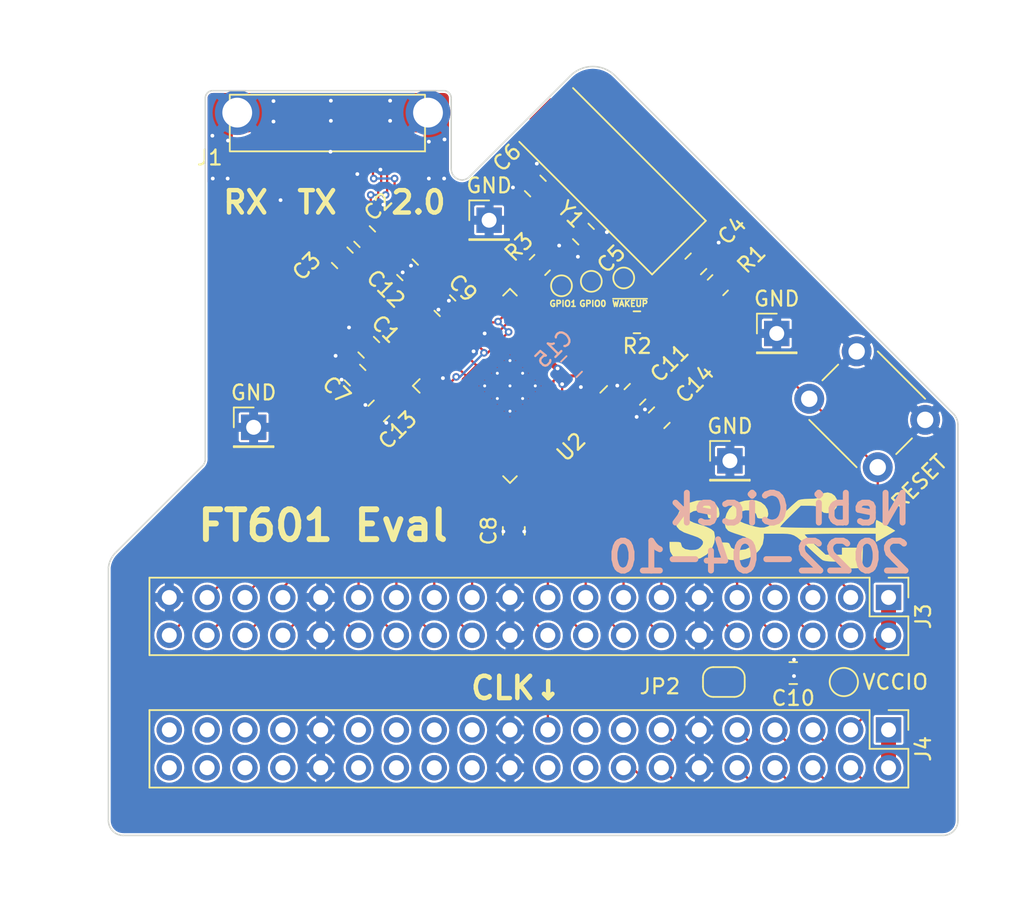
<source format=kicad_pcb>
(kicad_pcb (version 20211014) (generator pcbnew)
  (layers (0 "F.Cu" signal) (31 "B.Cu" signal) (34 "B.Paste" user) (35 "F.Paste" user) (36 "B.SilkS" user "B.Silkscreen") (37 "F.SilkS" user "F.Silkscreen") (38 "B.Mask" user) (39 "F.Mask" user) (44 "Edge.Cuts" user))
  (net 0 "")
  (net 1 "/VCCIO0")
  (net 2 "GND")
  (net 3 "/VCCIO1")
  (net 4 "/D-")
  (net 5 "+5V")
  (net 6 "+1V0")
  (net 7 "/BE_0")
  (net 8 "/BE_1")
  (net 9 "/BE_2")
  (net 10 "/BE_3")
  (net 11 "/~{TXE}")
  (net 12 "/~{RXF}")
  (net 13 "Net-(R2-Pad1)")
  (net 14 "/~{WR}")
  (net 15 "/~{RD}")
  (net 16 "/~{OE}")
  (net 17 "/~{RESET}")
  (net 18 "/~{WAKEUP}")
  (net 19 "/GPIO0")
  (net 20 "/GPIO1")
  (net 21 "+3V3")
  (net 22 "/D+")
  (net 23 "/USB_TX-")
  (net 24 "Net-(R3-Pad1)")
  (net 25 "/USB_TX_cap-")
  (net 26 "/USB_TX+")
  (net 27 "/USB_TX_cap+")
  (net 28 "/USB_RX-")
  (net 29 "/DATA_0")
  (net 30 "/DATA_1")
  (net 31 "/DATA_2")
  (net 32 "/DATA_3")
  (net 33 "/DATA_4")
  (net 34 "/DATA_5")
  (net 35 "/DATA_6")
  (net 36 "/DATA_7")
  (net 37 "/DATA_8")
  (net 38 "/DATA_9")
  (net 39 "/DATA_10")
  (net 40 "/DATA_11")
  (net 41 "/DATA_12")
  (net 42 "/DATA_13")
  (net 43 "/DATA_14")
  (net 44 "/DATA_15")
  (net 45 "/FTDI_FIFO_CLK_OUT")
  (net 46 "/DATA_16")
  (net 47 "/DATA_17")
  (net 48 "/DATA_18")
  (net 49 "/DATA_19")
  (net 50 "/DATA_20")
  (net 51 "/DATA_21")
  (net 52 "/DATA_22")
  (net 53 "/DATA_23")
  (net 54 "/DATA_24")
  (net 55 "/DATA_25")
  (net 56 "/DATA_26")
  (net 57 "/DATA_27")
  (net 58 "/DATA_28")
  (net 59 "/DATA_29")
  (net 60 "/DATA_30")
  (net 61 "/DATA_31")
  (net 82 "/USB_RX+")
  (net 83 "/XTAL_P")
  (net 84 "/XTAL_N")
  (footprint "Capacitor_SMD:C_0805_2012Metric" (layer "F.Cu") (at 140.75 77.5 135)
    (fp_text reference "C2")
    (fp_text value "0.1u")
  )
  (footprint "Capacitor_SMD:C_0805_2012Metric" (layer "F.Cu") (at 158.885876 88.085875 45)
    (fp_text reference "C11")
    (fp_text value "0.1u")
  )
  (footprint "Capacitor_SMD:C_0805_2012Metric" (layer "F.Cu") (at 169.507035 106.8 180)
    (fp_text reference "C10")
    (fp_text value "0.1u")
  )
  (footprint "Capacitor_SMD:C_0805_2012Metric" (layer "F.Cu") (at 150.757035 97.25 90)
    (fp_text reference "C8")
    (fp_text value "0.1u")
  )
  (footprint "Connector_PinHeader_2.54mm:PinHeader_2x20_P2.54mm_Vertical" (layer "F.Cu") (at 175.9 101.725 -90)
    (fp_text reference "J3")
    (fp_text value "J3 - BANK0")
  )
  (footprint "Capacitor_SMD:C_0805_2012Metric" (layer "F.Cu") (at 152.2 74.1 135)
    (fp_text reference "C6")
    (fp_text value "10p")
  )
  (footprint "Capacitor_SMD:C_0805_2012Metric" (layer "F.Cu") (at 141.7 89.2 45)
    (fp_text reference "C13")
    (fp_text value "0.1u")
  )
  (footprint "Connector_PinHeader_2.54mm:PinHeader_1x01_P2.54mm_Vertical" (layer "F.Cu") (at 168.4 84)
    (fp_text reference "GND")
    (fp_text value "TestPoint")
  )
  (footprint "TestPoint:TestPoint_Pad_D1.0mm" (layer "F.Cu") (at 155.957035 80.5)
    (fp_text reference "GPIO0")
    (fp_text value "TestPoint")
  )
  (footprint "Resistor_SMD:R_0805_2012Metric" (layer "F.Cu") (at 159.019535 83.25)
    (fp_text reference "R2")
    (fp_text value "10k")
  )
  (footprint "Capacitor_SMD:C_0805_2012Metric" (layer "F.Cu") (at 155.428249 77.328249 -45)
    (fp_text reference "C5")
    (fp_text value "10p")
  )
  (footprint "Capacitor_SMD:C_0805_2012Metric" (layer "F.Cu") (at 162.971751 79.328249 45)
    (fp_text reference "C4")
    (fp_text value "0.1u")
  )
  (footprint "Capacitor_SMD:C_0805_2012Metric" (layer "F.Cu") (at 160.514125 89.657626 45)
    (fp_text reference "C14")
    (fp_text value "4.7u")
  )
  (footprint "Connector_PinHeader_2.54mm:PinHeader_1x01_P2.54mm_Vertical" (layer "F.Cu") (at 149.1 76.4)
    (fp_text reference "GND")
    (fp_text value "TestPoint")
  )
  (footprint "Resistor_SMD:R_0805_2012Metric" (layer "F.Cu") (at 152.5 79.4 45)
    (fp_text reference "R3")
    (fp_text value "1.6k")
  )
  (footprint "Button_Switch_THT:SW_PUSH_6mm" (layer "F.Cu") (at 173.760841 85.203806 -45)
    (fp_text reference "RESET")
    (fp_text value "SW_Push")
  )
  (footprint "Capacitor_SMD:C_0805_2012Metric" (layer "F.Cu") (at 140.1 86.8 -45)
    (fp_text reference "C7")
    (fp_text value "0.1u")
  )
  (footprint "Connector_PinHeader_2.54mm:PinHeader_2x20_P2.54mm_Vertical" (layer "F.Cu") (at 175.9 110.615 -90)
    (fp_text reference "J4")
    (fp_text value "J4 - BANK1")
  )
  (footprint "Crystal:Crystal_SMD_HC49-SD" (layer "F.Cu") (at 157.1 73.5 135)
    (fp_text reference "Y1")
    (fp_text value "30MHz CX3225SB30000H0FLJCC")
  )
  (footprint "Capacitor_SMD:C_0805_2012Metric" (layer "F.Cu") (at 146.135875 82.135876 -45)
    (fp_text reference "C9")
    (fp_text value "0.1u")
  )
  (footprint "Jumper:SolderJumper-2_P1.3mm_Bridged_RoundedPad1.0x1.5mm" (layer "F.Cu") (at 164.85 107.4 180)
    (fp_text reference "JP2")
    (fp_text value "SolderJumper_2_Bridged")
  )
  (footprint "parts:usb_ss_symbol" (layer "F.Cu") (at 168.707035 97.6)
    (fp_text reference "G***" hide)
    (fp_text value "LOGO" hide)
  )
  (footprint "Capacitor_SMD:C_0805_2012Metric" (layer "F.Cu") (at 141.028249 84.928249 135)
    (fp_text reference "C1")
    (fp_text value "0.1u")
  )
  (footprint "Package_DFN_QFN:QFN-76-1EP_9x9mm_P0.4mm_EP3.8x3.8mm_ThermalVias" (layer "F.Cu") (at 150.5 87.52028 -135)
    (fp_text reference "U2")
    (fp_text value "FT601Q-B-T")
  )
  (footprint "Resistor_SMD:R_0805_2012Metric" (layer "F.Cu") (at 164.445235 80.754765 45)
    (fp_text reference "R1")
    (fp_text value "10k")
  )
  (footprint "Capacitor_SMD:C_0805_2012Metric" (layer "F.Cu") (at 143.628249 79.728249 -45)
    (fp_text reference "C12")
    (fp_text value "0.1u")
  )
  (footprint "TestPoint:TestPoint_Pad_D1.0mm" (layer "F.Cu") (at 158.132035 80.275)
    (fp_text reference "~{WAKEUP}")
    (fp_text value "TestPoint")
  )
  (footprint "Connector_PinHeader_2.54mm:PinHeader_1x01_P2.54mm_Vertical" (layer "F.Cu") (at 165.257035 92.55)
    (fp_text reference "GND")
    (fp_text value "TestPoint")
  )
  (footprint "usb_microb_3.0_seagate:usb_microb_3.0" (layer "F.Cu") (at 140.9 76.075 180)
    (fp_text reference "J1")
    (fp_text value "USB3_B")
  )
  (footprint "Connector_PinHeader_2.54mm:PinHeader_1x01_P2.54mm_Vertical" (layer "F.Cu") (at 133.3 90.3)
    (fp_text reference "GND")
    (fp_text value "TestPoint")
  )
  (footprint "Capacitor_SMD:C_0805_2012Metric" (layer "F.Cu") (at 139.25 78.921751 135)
    (fp_text reference "C3")
    (fp_text value "0.1u")
  )
  (footprint "TestPoint:TestPoint_Pad_D1.5mm" (layer "F.Cu") (at 172.9 107.4 -90)
    (fp_text reference "VCCIO")
    (fp_text value "TestPoint")
  )
  (footprint "TestPoint:TestPoint_Pad_D1.0mm" (layer "F.Cu") (at 153.957035 80.8)
    (fp_text reference "GPIO1")
    (fp_text value "TestPoint")
  )
  (footprint "Capacitor_SMD:C_0805_2012Metric" (layer "B.Cu") (at 154.628786 86.228249 -135)
    (fp_text reference "C15")
    (fp_text value "0.1u")
  )
  (gr_rect (start 130.307035 68.925) (end 131.807035 73.8) (layer "F.Cu") (width 0.2) (fill solid))
  (gr_rect (start 144.807035 69.675) (end 146.307035 73.825) (layer "F.Cu") (width 0.2) (fill solid))
  (gr_line (start 130.057035 68.2) (end 130.057035 92.361889) (layer "Edge.Cuts") (width 0.1))
  (gr_line (start 180.557035 90.1) (end 180.557035 116.7) (layer "Edge.Cuts") (width 0.1))
  (gr_line (start 157.557035 66.7) (end 180.307035 89.45) (layer "Edge.Cuts") (width 0.1))
  (gr_line (start 130.557035 67.7) (end 146.057035 67.7) (layer "Edge.Cuts") (width 0.1))
  (gr_arc (start 123.557035 99.7) (mid 123.720958 99.156961) (end 124.057035 98.7) (layer "Edge.Cuts") (width 0.1))
  (gr_arc (start 147.307035 73.7) (mid 146.776705 73.48033) (end 146.557035 72.95) (layer "Edge.Cuts") (width 0.1))
  (gr_arc (start 146.057035 67.7) (mid 146.410588 67.846447) (end 146.557035 68.2) (layer "Edge.Cuts") (width 0.1))
  (gr_line (start 123.557035 116.7) (end 123.557035 99.7) (layer "Edge.Cuts") (width 0.1))
  (gr_line (start 124.057035 98.7) (end 129.807035 92.95) (layer "Edge.Cuts") (width 0.1))
  (gr_arc (start 154.557035 66.7) (mid 156.057035 66.07868) (end 157.557035 66.7) (layer "Edge.Cuts") (width 0.1))
  (gr_line (start 146.557035 68.2) (end 146.557035 72.95) (layer "Edge.Cuts") (width 0.1))
  (gr_arc (start 124.557035 117.7) (mid 123.849928 117.407107) (end 123.557035 116.7) (layer "Edge.Cuts") (width 0.1))
  (gr_arc (start 147.807035 73.45) (mid 147.580628 73.622186) (end 147.307035 73.7) (layer "Edge.Cuts") (width 0.1))
  (gr_line (start 154.557035 66.7) (end 147.807035 73.45) (layer "Edge.Cuts") (width 0.1))
  (gr_line (start 179.557035 117.7) (end 124.557035 117.7) (layer "Edge.Cuts") (width 0.1))
  (gr_arc (start 180.307035 89.45) (mid 180.483582 89.755174) (end 180.557035 90.1) (layer "Edge.Cuts") (width 0.1))
  (gr_arc (start 130.057035 92.361889) (mid 130.003138 92.686169) (end 129.807035 92.95) (layer "Edge.Cuts") (width 0.1))
  (gr_arc (start 130.057035 68.2) (mid 130.203482 67.846447) (end 130.557035 67.7) (layer "Edge.Cuts") (width 0.1))
  (gr_arc (start 180.557035 116.7) (mid 180.264142 117.407107) (end 179.557035 117.7) (layer "Edge.Cuts") (width 0.1))
  (gr_text "Lattice MachXO3 LCMXO3LF\n" (at 144.657035 116.25) (layer "F.Cu") (effects (font (size 1.5 1.5) (thickness 0.3))))
  (gr_text "Nebi Cicek\n2022-04-10" (at 177.582035 97.4) (layer "B.SilkS") (effects (font (size 2 2) (thickness 0.4)) (justify left mirror)))
  (gr_text "TX\n" (at 137.557035 75.2) (layer "F.SilkS") (effects (font (size 1.5 1.5) (thickness 0.3))))
  (gr_text "FT601 Eval" (at 137.957035 96.9) (layer "F.SilkS") (effects (font (size 2 2) (thickness 0.4))))
  (gr_text "CLK↓" (at 150.957035 107.8) (layer "F.SilkS") (effects (font (size 1.5 1.5) (thickness 0.3))))
  (gr_text "2.0" (at 144.357035 75.2) (layer "F.SilkS") (effects (font (size 1.5 1.5) (thickness 0.3))))
  (gr_text "RX" (at 132.757035 75.2) (layer "F.SilkS") (effects (font (size 1.5 1.5) (thickness 0.3))))
  (segment (start 149.108187 90.65395) (end 150.727119 92.272881) (width 0.4) (layer "F.Cu") (net 1))
  (segment (start 165.2 103) (end 166.2 103) (width 0.1524) (layer "F.Cu") (net 1))
  (segment (start 171.765 108.4) (end 168.357035 108.4) (width 1) (layer "F.Cu") (net 1))
  (segment (start 168.557035 106.8) (end 168.557035 108.2) (width 0.1524) (layer "F.Cu") (net 1))
  (segment (start 166.2 103) (end 166.9 103.7) (width 0.1524) (layer "F.Cu") (net 1))
  (segment (start 166.9 103.7) (end 166.9 107.542965) (width 0.1524) (layer "F.Cu") (net 1))
  (segment (start 153.633669 90.088264) (end 152.911736 90.088264) (width 0.1524) (layer "F.Cu") (net 1))
  (segment (start 153.920629 90.375224) (end 153.633669 90.088264) (width 0.1524) (layer "F.Cu") (net 1))
  (segment (start 164.6 102.4) (end 165.2 103) (width 0.1524) (layer "F.Cu") (net 1))
  (segment (start 150.4776 96.020565) (end 150.4776 93.15) (width 0.2) (layer "F.Cu") (net 1))
  (segment (start 150.727119 92.272881) (end 150.4776 92.5224) (width 0.1524) (layer "F.Cu") (net 1))
  (segment (start 150.4776 92.5224) (end 150.4776 93.15) (width 0.1524) (layer "F.Cu") (net 1))
  (segment (start 164.6 101.054595) (end 164.6 102.4) (width 0.1524) (layer "F.Cu") (net 1))
  (segment (start 166.757035 107.4) (end 167.757035 108.4) (width 1) (layer "F.Cu") (net 1))
  (segment (start 168.557035 108.2) (end 168.357035 108.4) (width 0.1524) (layer "F.Cu") (net 1))
  (segment (start 153.648024 86.348024) (end 153.694139 86.348024) (width 0.4) (layer "F.Cu") (net 1))
  (segment (start 175.9 104.265) (end 171.765 108.4) (width 1) (layer "F.Cu") (net 1))
  (segment (start 147.932015 90.65395) (end 147.645056 90.940909) (width 0.1524) (layer "F.Cu") (net 1))
  (segment (start 165.5 107.4) (end 166.757035 107.4) (width 1) (layer "F.Cu") (net 1))
  (segment (start 152.057538 83.7) (end 152.057035 83.7) (width 0.1524) (layer "F.Cu") (net 1))
  (segment (start 150.727119 92.272881) (end 151.375045 92.920808) (width 0.1524) (layer "F.Cu") (net 1))
  (segment (start 154 89) (end 154 87.4059) (width 0.1524) (layer "F.Cu") (net 1))
  (segment (start 175.9 104.265) (end 175.9 101.725) (width 1) (layer "F.Cu") (net 1))
  (segment (start 152.506415 83.251123) (end 152.057538 83.7) (width 0.1524) (layer "F.Cu") (net 1))
  (segment (start 152.911736 90.088264) (end 154 89) (width 0.4) (layer "F.Cu") (net 1))
  (segment (start 166.9 107.542965) (end 167.757035 108.4) (width 0.1524) (layer "F.Cu") (net 1))
  (segment (start 152.219456 84.919456) (end 152.057035 84.757035) (width 0.3) (layer "F.Cu") (net 1))
  (segment (start 153.920629 90.375224) (end 164.6 101.054595) (width 0.1524) (layer "F.Cu") (net 1))
  (segment (start 168.357035 108.4) (end 167.757035 108.4) (width 1) (layer "F.Cu") (net 1))
  (segment (start 149.108187 90.65395) (end 147.932015 90.65395) (width 0.1524) (layer "F.Cu") (net 1))
  (segment (start 150.757035 96.3) (end 150.4776 96.020565) (width 0.1524) (layer "F.Cu") (net 1))
  (segment (start 152.911736 90.088264) (end 150.727119 92.272881) (width 0.4) (layer "F.Cu") (net 1))
  (segment (start 152.057035 84.757035) (end 152.057035 83.7) (width 0.3) (layer "F.Cu") (net 1))
  (segment (start 152.219456 84.919456) (end 153.648024 86.348024) (width 0.4) (layer "F.Cu") (net 1))
  (via (at 153.694139 86.348024) (size 0.508) (drill 0.254) (layers "F.Cu" "B.Cu") (net 1))
  (via (at 154 87.4059) (size 0.508) (drill 0.254) (layers "F.Cu" "B.Cu") (net 1))
  (segment (start 154.462398 86.943502) (end 154 87.4059) (width 0.1524) (layer "B.Cu") (net 1))
  (segment (start 154 87.4059) (end 154 86.653885) (width 0.1524) (layer "B.Cu") (net 1))
  (segment (start 154 86.653885) (end 153.694139 86.348024) (width 0.1524) (layer "B.Cu") (net 1))
  (segment (start 154.613533 86.943502) (end 154.462398 86.943502) (width 0.1524) (layer "B.Cu") (net 1))
  (segment (start 143.2 79.9) (end 143.3 79.9) (width 0.1524) (layer "F.Cu") (net 2))
  (segment (start 158.214125 88.014125) (end 157.7 87.5) (width 0.1524) (layer "F.Cu") (net 2))
  (segment (start 148.210742 83.533966) (end 148.676776 84) (width 0.1524) (layer "F.Cu") (net 2))
  (segment (start 140.8 89.643502) (end 140.8 88.8) (width 0.1524) (layer "F.Cu") (net 2))
  (segment (start 156.428079 86.928078) (end 158.214125 88.714125) (width 0.1524) (layer "F.Cu") (net 2))
  (segment (start 152.3 72.656498) (end 151.528249 73.428249) (width 0.1524) (layer "F.Cu") (net 2))
  (segment (start 134.857035 71.667965) (end 134.85 71.675) (width 0.1524) (layer "F.Cu") (net 2))
  (segment (start 140.125 71.8) (end 140.25 71.675) (width 0.1524) (layer "F.Cu") (net 2))
  (segment (start 156.9 77.2) (end 156.1 78) (width 0.1524) (layer "F.Cu") (net 2))
  (segment (start 145.464124 82.164124) (end 145.7 82.4) (width 0.1524) (layer "F.Cu") (net 2))
  (segment (start 150.057035 97.7) (end 150.057035 97.3) (width 0.1524) (layer "F.Cu") (net 2))
  (segment (start 140.25 73.35) (end 141 74.1) (width 0.1524) (layer "F.Cu") (net 2))
  (segment (start 138.45 71.8) (end 140.125 71.8) (width 0.1524) (layer "F.Cu") (net 2))
  (segment (start 145.628249 81.371751) (end 145.628249 81.855547) (width 0.1524) (layer "F.Cu") (net 2))
  (segment (start 141.028249 89.871751) (end 140.8 89.643502) (width 0.1524) (layer "F.Cu") (net 2))
  (segment (start 141.657035 75.1) (end 141.657035 75.2) (width 0.1524) (layer "F.Cu") (net 2))
  (segment (start 151.457035 97.8) (end 151.457035 97.3) (width 0.1524) (layer "F.Cu") (net 2))
  (segment (start 141.657035 75.2) (end 141.757035 75.3) (width 0.1524) (layer "F.Cu") (net 2))
  (segment (start 155.511449 87.6) (end 156.183371 86.928078) (width 0.1524) (layer "F.Cu") (net 2))
  (segment (start 150.557035 98) (end 150.357035 98) (width 0.1524) (layer "F.Cu") (net 2))
  (segment (start 148.057035 85.077315) (end 148.057035 85.2) (width 0.1524) (layer "F.Cu") (net 2))
  (segment (start 158.214125 88.714125) (end 158.214125 88.757626) (width 0.1524) (layer "F.Cu") (net 2))
  (segment (start 150.757035 98.2) (end 150.557035 98) (width 0.1524) (layer "F.Cu") (net 2))
  (segment (start 140.25 73.35) (end 140.25 71.675) (width 0.1524) (layer "F.Cu") (net 2))
  (segment (start 134.907035 71.732035) (end 134.907035 74.85) (width 0.2) (layer "F.Cu") (net 2))
  (segment (start 153.145235 78.754765) (end 153.8 78.1) (width 0.1524) (layer "F.Cu") (net 2))
  (segment (start 145.464124 81.464125) (end 146.064125 81.464125) (width 0.1524) (layer "F.Cu") (net 2))
  (segment (start 139.2 85.9) (end 138.8 85.5) (width 0.1524) (layer "F.Cu") (net 2))
  (segment (start 142.7 79.056498) (end 143.463533 79.056498) (width 0.1524) (layer "F.Cu") (net 2))
  (segment (start 145.382315 86.362393) (end 145.382315 86.382315) (width 0.1524) (layer "F.Cu") (net 2))
  (segment (start 141.857035 73.05) (end 141.807035 73) (width 0.1524) (layer "F.Cu") (net 2))
  (segment (start 142.471751 79.171751) (end 143.2 79.9) (width 0.1524) (layer "F.Cu") (net 2))
  (segment (start 157 77.2) (end 156.9 77.2) (width 0.1524) (layer "F.Cu") (net 2))
  (segment (start 151.057035 98.2) (end 151.457035 97.8) (width 0.1524) (layer "F.Cu") (net 2))
  (segment (start 151.528249 73.428249) (end 151.471751 73.428249) (width 0.1524) (layer "F.Cu") (net 2))
  (segment (start 141 74.1) (end 141.757035 74.1) (width 0.1524) (layer "F.Cu") (net 2))
  (segment (start 155.257035 87.6) (end 155.511449 87.6) (width 0.1524) (layer "F.Cu") (net 2))
  (segment (start 169.557035 105.9) (end 170.457035 106.8) (width 0.1524) (layer "F.Cu") (net 2))
  (segment (start 163.643502 78.656498) (end 163.743502 78.656498) (width 0.1524) (layer "F.Cu") (net 2))
  (segment (start 147.362214 84.382494) (end 148.057035 85.077315) (width 0.1524) (layer "F.Cu") (net 2))
  (segment (start 156.183371 86.928078) (end 156.428079 86.928078) (width 0.1524) (layer "F.Cu") (net 2))
  (segment (start 142.956498 79.056498) (end 143.084747 79.056498) (width 0.1524) (layer "F.Cu") (net 2))
  (segment (start 169.757035 106.8) (end 169.557035 107) (width 0.1524) (layer "F.Cu") (net 2))
  (segment (start 152.3 72.6) (end 152.3 72.656498) (width 0.1524) (layer "F.Cu") (net 2))
  (segment (start 145.382315 86.382315) (end 146 87) (width 0.1524) (layer "F.Cu") (net 2))
  (segment (start 158.214125 88.757626) (end 158.214125 88.014125) (width 0.1524) (layer "F.Cu") (net 2))
  (segment (start 155.25 78.85) (end 155.057035 78.85) (width 0.1524) (layer "F.Cu") (net 2))
  (segment (start 141.857035 74) (end 141.857035 73.05) (width 0.1524) (layer "F.Cu") (net 2))
  (segment (start 159.842374 90.329377) (end 159.785876 90.329377) (width 0.1524) (layer "F.Cu") (net 2))
  (segment (start 134.907035 74.85) (end 135.107035 75.05) (width 0.2) (layer "F.Cu") (net 2))
  (segment (start 150.357035 98) (end 150.057035 97.7) (width 0.1524) (layer "F.Cu") (net 2))
  (segment (start 134.89408 71.71908) (end 134.907035 71.732035) (width 0.2) (layer "F.Cu") (net 2))
  (segment (start 141.657035 74.2) (end 141.657035 75.1) (width 0.1524) (layer "F.Cu") (net 2))
  (segment (start 141.757035 74.1) (end 141.857035 74) (width 0.1524) (layer "F.Cu") (net 2))
  (segment (start 170.457035 106.8) (end 169.757035 106.8) (width 0.1524) (layer "F.Cu") (net 2))
  (segment (start 159.557035 90.044038) (end 159.557035 89.1) (width 0.1524) (layer "F.Cu") (net 2))
  (segment (start 141.857035 74) (end 141.657035 74.2) (width 0.1524) (layer "F.Cu") (net 2))
  (segment (start 148.676776 84) (end 148.8 84) (width 0.1524) (layer "F.Cu") (net 2))
  (segment (start 159.842374 90.329377) (end 159.557035 90.044038) (width 0.1524) (layer "F.Cu") (net 2))
  (segment (start 134.85 71.675) (end 134.89408 71.71908) (width 0.1524) (layer "F.Cu") (net 2))
  (segment (start 151.471751 73.428249) (end 150.7 74.2) (width 0.1524) (layer "F.Cu") (net 2))
  (segment (start 141.156498 90) (end 142.2 90) (width 0.1524) (layer "F.Cu") (net 2))
  (segment (start 159.785876 90.329377) (end 158.214125 88.757626) (width 0.1524) (layer "F.Cu") (net 2))
  (segment (start 150.757035 98.2) (end 151.057035 98.2) (width 0.1524) (layer "F.Cu") (net 2))
  (segment (start 146.064125 81.464125) (end 146.4 81.8) (width 0.1524) (layer "F.Cu") (net 2))
  (segment (start 143.463533 79.056498) (end 143.857035 79.45) (width 0.1524) (layer "F.Cu") (net 2))
  (segment (start 145.464124 81.464125) (end 145.464124 82.164124) (width 0.1524) (layer "F.Cu") (net 2))
  (segment (start 156.1 78) (end 155.25 78.85) (width 0.1524) (layer "F.Cu") (net 2))
  (segment (start 139.2 87.1) (end 139.2 85.9) (width 0.1524) (layer "F.Cu") (net 2))
  (segment (start 141.028249 89.871751) (end 141.156498 90) (width 0.1524) (layer "F.Cu") (net 2))
  (segment (start 163.743502 78.656498) (end 164.5 77.9) (width 0.1524) (layer "F.Cu") (net 2))
  (segment (start 142.528249 79.228249) (end 142.7 79.056498) (width 0.1524) (layer "F.Cu") (net 2))
  (segment (start 139.7 83.6) (end 140.356498 84.256498) (width 0.1524) (layer "F.Cu") (net 2))
  (via (at 146.107035 70.975) (size 0.508) (drill 0.254) (layers "F.Cu" "B.Cu") (net 2))
  (via (at 138.482035 68.375) (size 0.508) (drill 0.254) (layers "F.Cu" "B.Cu") (net 2))
  (via (at 130.532035 70.725) (size 0.508) (drill 0.254) (layers "F.Cu" "B.Cu") (net 2))
  (via (at 142.007035 75.35) (size 0.508) (drill 0.254) (layers "F.Cu" "B.Cu") (net 2))
  (via (at 150.057035 97.3) (size 0.508) (drill 0.254) (layers "F.Cu" "B.Cu") (net 2))
  (via (at 142.2 90) (size 0.508) (drill 0.254) (layers "F.Cu" "B.Cu") (net 2))
  (via (at 153.8 78.1) (size 0.508) (drill 0.254) (layers "F.Cu" "B.Cu") (net 2))
  (via (at 143.3 79.9) (size 0.508) (drill 0.254) (layers "F.Cu" "B.Cu") (net 2))
  (via (at 157.7 87.5) (size 0.508) (drill 0.254) (layers "F.Cu" "B.Cu") (net 2))
  (via (at 134.632035 68.4) (size 0.508) (drill 0.254) (layers "F.Cu" "B.Cu") (net 2))
  (via (at 146 87) (size 0.508) (drill 0.254) (layers "F.Cu" "B.Cu") (net 2))
  (via (at 164.5 77.9) (size 0.508) (drill 0.254) (layers "F.Cu" "B.Cu") (net 2))
  (via (at 138.457035 71.8) (size 0.508) (drill 0.254) (layers "F.Cu" "B.Cu") (net 2))
  (via (at 140.257035 73.3) (size 0.508) (drill 0.254) (layers "F.Cu" "B.Cu") (net 2))
  (via (at 142.457035 68.375) (size 0.508) (drill 0.254) (layers "F.Cu" "B.Cu") (net 2))
  (via (at 148.8 84) (size 0.508) (drill 0.254) (layers "F.Cu" "B.Cu") (net 2))
  (via (at 169.557035 107) (size 0.508) (drill 0.254) (layers "F.Cu" "B.Cu") (net 2))
  (via (at 139.7 83.6) (size 0.508) (drill 0.254) (layers "F.Cu" "B.Cu") (net 2))
  (via (at 131.582035 71.05) (size 0.508) (drill 0.254) (layers "F.Cu" "B.Cu") (net 2))
  (via (at 159.557035 89.1) (size 0.508) (drill 0.254) (layers "F.Cu" "B.Cu") (net 2))
  (via (at 155.257035 87.6) (size 0.508) (drill 0.254) (layers "F.Cu" "B.Cu") (net 2))
  (via (at 145.057035 71.125) (size 0.508) (drill 0.254) (layers "F.Cu" "B.Cu") (net 2))
  (via (at 131.557035 73.6) (size 0.508) (drill 0.254) (layers "F.Cu" "B.Cu") (net 2))
  (via (at 145.7 82.4) (size 0.508) (drill 0.254) (layers "F.Cu" "B.Cu") (net 2))
  (via (at 146.082035 73.6) (size 0.508) (drill 0.254) (layers "F.Cu" "B.Cu") (net 2))
  (via (at 146.4 81.8) (size 0.508) (drill 0.254) (layers "F.Cu" "B.Cu") (net 2))
  (via (at 152.3 72.6) (size 0.508) (drill 0.254) (layers "F.Cu" "B.Cu") (net 2))
  (via (at 138.482035 69.725) (size 0.508) (drill 0.254) (layers "F.Cu" "B.Cu") (net 2))
  (via (at 148.057035 85.2) (size 0.508) (drill 0.254) (layers "F.Cu" "B.Cu") (net 2))
  (via (at 142.457035 69.725) (size 0.508) (drill 0.254) (layers "F.Cu" "B.Cu") (net 2))
  (via (at 130.557035 73.6) (size 0.508) (drill 0.254) (layers "F.Cu" "B.Cu") (net 2))
  (via (at 134.632035 69.775) (size 0.508) (drill 0.254) (layers "F.Cu" "B.Cu") (net 2))
  (via (at 140.8 88.8) (size 0.508) (drill 0.254) (layers "F.Cu" "B.Cu") (net 2))
  (via (at 150.7 74.2) (size 0.508) (drill 0.254) (layers "F.Cu" "B.Cu") (net 2))
  (via (at 141.807035 73) (size 0.508) (drill 0.254) (layers "F.Cu" "B.Cu") (net 2))
  (via (at 159 89.6) (size 0.508) (drill 0.254) (layers "F.Cu" "B.Cu") (net 2))
  (via (at 138.8 85.5) (size 0.508) (drill 0.254) (layers "F.Cu" "B.Cu") (net 2))
  (via (at 169.557035 105.9) (size 0.508) (drill 0.254) (layers "F.Cu" "B.Cu") (net 2))
  (via (at 155.057035 78.85) (size 0.508) (drill 0.254) (layers "F.Cu" "B.Cu") (net 2))
  (via (at 135.107035 75.05) (size 0.508) (drill 0.254) (layers "F.Cu" "B.Cu") (net 2))
  (via (at 157 77.2) (size 0.508) (drill 0.254) (layers "F.Cu" "B.Cu") (net 2))
  (via (at 145.057035 73.6) (size 0.508) (drill 0.254) (layers "F.Cu" "B.Cu") (net 2))
  (via (at 151.457035 97.3) (size 0.508) (drill 0.254) (layers "F.Cu" "B.Cu") (net 2))
  (via (at 143.857035 79.45) (size 0.508) (drill 0.254) (layers "F.Cu" "B.Cu") (net 2))
  (via (at 139.2 87.1) (size 0.508) (drill 0.254) (layers "F.Cu" "B.Cu") (net 2))
  (segment (start 175.9 110.615) (end 175.9 113.155) (width 1) (layer "F.Cu") (net 3))
  (segment (start 142.257035 73.231795) (end 142.257035 74.6) (width 0.1524) (layer "F.Cu") (net 4))
  (segment (start 142.289136 71.764136) (end 142.289136 73.199694) (width 0.1524) (layer "F.Cu") (net 4))
  (segment (start 147.35426 81.456998) (end 142.239451 76.342189) (width 0.7) (layer "F.Cu") (net 4))
  (segment (start 141.157035 75.259773) (end 141.157035 74.7) (width 0.1524) (layer "F.Cu") (net 4))
  (segment (start 142.257035 74.6) (end 142.157035 74.7) (width 0.1524) (layer "F.Cu") (net 4))
  (segment (start 142.2 71.675) (end 142.104334 71.770666) (width 0.1524) (layer "F.Cu") (net 4))
  (segment (start 148.206625 82.309363) (end 147.35426 81.456998) (width 0.1524) (layer "F.Cu") (net 4))
  (segment (start 142.2 71.675) (end 142.289136 71.764136) (width 0.1524) (layer "F.Cu") (net 4))
  (segment (start 142.289136 73.199694) (end 142.257035 73.231795) (width 0.1524) (layer "F.Cu") (net 4))
  (segment (start 142.239451 76.342189) (end 141.157035 75.259773) (width 0.1524) (layer "F.Cu") (net 4))
  (segment (start 148.493585 83.251123) (end 148.206625 82.964163) (width 0.1524) (layer "F.Cu") (net 4))
  (segment (start 148.206625 82.964163) (end 148.206625 82.309363) (width 0.1524) (layer "F.Cu") (net 4))
  (via (at 142.157035 74.7) (size 0.508) (drill 0.254) (layers "F.Cu" "B.Cu") (net 4))
  (via (at 141.157035 74.7) (size 0.508) (drill 0.254) (layers "F.Cu" "B.Cu") (net 4))
  (segment (start 142.157035 74.7) (end 141.157035 74.7) (width 0.1524) (layer "B.Cu") (net 4))
  (segment (start 132.532035 71.328934) (end 132.532035 77.88412) (width 0.1524) (layer "F.Cu") (net 5))
  (segment (start 145.099472 86.645235) (end 144.757348 86.303111) (width 0.1524) (layer "F.Cu") (net 5))
  (segment (start 132.532035 77.88412) (end 139.997915 85.35) (width 0.1524) (layer "F.Cu") (net 5))
  (segment (start 142.85 71.675) (end 142.85 70.726967) (width 0.1524) (layer "F.Cu") (net 5))
  (segment (start 139.997915 85.35) (end 141.45 85.35) (width 0.1524) (layer "F.Cu") (net 5))
  (segment (start 144.629914 86.3) (end 142.8 86.3) (width 0.1524) (layer "F.Cu") (net 5))
  (segment (start 142.85 71.675) (end 142.85 72.389031) (width 0.1524) (layer "F.Cu") (net 5))
  (segment (start 142.8 86.3) (end 142 85.5) (width 0.1524) (layer "F.Cu") (net 5))
  (segment (start 144.757348 86.303111) (end 144.633025 86.303111) (width 0.1524) (layer "F.Cu") (net 5))
  (segment (start 141.45 85.35) (end 141.7 85.6) (width 0.1524) (layer "F.Cu") (net 5))
  (segment (start 142.573033 70.45) (end 133.410969 70.45) (width 0.1524) (layer "F.Cu") (net 5))
  (segment (start 133.410969 70.45) (end 132.532035 71.328934) (width 0.1524) (layer "F.Cu") (net 5))
  (segment (start 144.633025 86.303111) (end 144.629914 86.3) (width 0.1524) (layer "F.Cu") (net 5))
  (segment (start 142.85 70.726967) (end 142.573033 70.45) (width 0.1524) (layer "F.Cu") (net 5))
  (segment (start 153.707035 86.9) (end 153.757035 86.85) (width 0.2) (layer "F.Cu") (net 6))
  (segment (start 144.400862 88.528249) (end 144.816629 88.112482) (width 0.1524) (layer "F.Cu") (net 6))
  (segment (start 147.544225 87.825523) (end 147.584874 87.784874) (width 0.1524) (layer "F.Cu") (net 6))
  (segment (start 147.079371 84.665336) (end 146.486467 84.072432) (width 0.1524) (layer "F.Cu") (net 6))
  (segment (start 156.407035 86.25) (end 156.607035 86.25) (width 0.3) (layer "F.Cu") (net 6))
  (segment (start 144.3 80.4) (end 144.128249 80.571751) (width 0.1524) (layer "F.Cu") (net 6))
  (segment (start 147.584874 87.000415) (end 147.642645 86.942645) (width 0.1524) (layer "F.Cu") (net 6))
  (segment (start 146.486467 84.072432) (end 146.486467 83.88168) (width 0.1524) (layer "F.Cu") (net 6))
  (segment (start 159.557627 87.414124) (end 159.334047 87.414124) (width 0.1524) (layer "F.Cu") (net 6))
  (segment (start 147.584874 88.134874) (end 147.457035 88.007035) (width 0.4) (layer "F.Cu") (net 6))
  (segment (start 155.157035 86.85) (end 155.695763 86.85) (width 0.1524) (layer "F.Cu") (net 6))
  (segment (start 156.295763 86.25) (end 156.407035 86.25) (width 0.1524) (layer "F.Cu") (net 6))
  (segment (start 146.486467 83.88168) (end 144.473352 81.868565) (width 0.1524) (layer "F.Cu") (net 6))
  (segment (start 153.407035 87.2) (end 153.415126 87.208091) (width 0.1524) (layer "F.Cu") (net 6))
  (segment (start 151.007035 90.6) (end 150.05 90.6) (width 0.4) (layer "F.Cu") (net 6))
  (segment (start 155.157035 86.823043) (end 155.157035 86.85) (width 0.1524) (layer "F.Cu") (net 6))
  (segment (start 159.557035 87.414124) (end 159.557035 87.413532) (width 0.4) (layer "F.Cu") (net 6))
  (segment (start 144.473352 81.868565) (end 144.473352 80.573352) (width 0.1524) (layer "F.Cu") (net 6))
  (segment (start 155.617685 86.362393) (end 155.157035 86.823043) (width 0.1524) (layer "F.Cu") (net 6))
  (segment (start 155.695763 86.85) (end 155.900528 86.645235) (width 0.1524) (layer "F.Cu") (net 6))
  (segment (start 161.185876 88.985875) (end 159.614125 87.414124) (width 0.5) (layer "F.Cu") (net 6))
  (segment (start 146.230843 85.523808) (end 147.642645 86.93561) (width 0.1524) (layer "F.Cu") (net 6))
  (segment (start 144.473352 80.573352) (end 144.3 80.4) (width 0.1524) (layer "F.Cu") (net 6))
  (segment (start 150.05 90.6) (end 147.584874 88.134874) (width 0.4) (layer "F.Cu") (net 6))
  (segment (start 147.457035 88.007035) (end 147.457035 87.128255) (width 0.4) (layer "F.Cu") (net 6))
  (segment (start 159.614125 87.414124) (end 159.557627 87.414124) (width 0.1524) (layer "F.Cu") (net 6))
  (segment (start 153.757035 86.85) (end 155.15 86.85) (width 0.2) (layer "F.Cu") (net 6))
  (segment (start 153.415126 88.191909) (end 151.007035 90.6) (width 0.4) (layer "F.Cu") (net 6))
  (segment (start 147.649173 90.371107) (end 147.362214 90.658066) (width 0.1524) (layer "F.Cu") (net 6))
  (segment (start 144.816629 88.112482) (end 145.103588 87.825523) (width 0.1524) (layer "F.Cu") (net 6))
  (segment (start 153.707035 86.9) (end 153.407035 87.2) (width 0.1524) (layer "F.Cu") (net 6))
  (segment (start 145.103588 87.825523) (end 147.544225 87.825523) (width 0.1524) (layer "F.Cu") (net 6))
  (segment (start 147.584874 88.134874) (end 147.584874 87.784874) (width 0.1524) (layer "F.Cu") (net 6))
  (segment (start 147.670641 90.349639) (end 147.670641 90.329359) (width 0.1524) (layer "F.Cu") (net 6))
  (segment (start 144.128249 80.571751) (end 143.871751 80.571751) (width 0.1524) (layer "F.Cu") (net 6))
  (segment (start 147.447299 85.033264) (end 147.447299 85.347299) (width 0.1524) (layer "F.Cu") (net 6))
  (segment (start 146.517802 85.800824) (end 146.230843 85.513865) (width 0.1524) (layer "F.Cu") (net 6))
  (segment (start 159.557627 87.414124) (end 159.557035 87.414124) (width 0.1524) (layer "F.Cu") (net 6))
  (segment (start 153.415126 87.984874) (end 153.415126 88.191909) (width 0.4) (layer "F.Cu") (net 6))
  (segment (start 147.670641 90.329359) (end 148.725 89.275) (width 0.2) (layer "F.Cu") (net 6))
  (segment (start 147.447299 85.347299) (end 148.342645 86.242645) (width 0.1524) (layer "F.Cu") (net 6))
  (segment (start 156.607035 86.25) (end 156.657035 86.3) (width 0.3) (layer "F.Cu") (net 6))
  (segment (start 146.230843 85.513865) (end 146.230843 85.523808) (width 0.1524) (layer "F.Cu") (net 6))
  (segment (start 147.457035 87.128255) (end 148.342645 86.242645) (width 0.4) (layer "F.Cu") (net 6))
  (segment (start 142.371751 88.528249) (end 144.400862 88.528249) (width 0.1524) (layer "F.Cu") (net 6))
  (segment (start 147.079371 84.665336) (end 147.447299 85.033264) (width 0.1524) (layer "F.Cu") (net 6))
  (segment (start 153.415126 87.208091) (end 153.415126 87.984874) (width 0.1524) (layer "F.Cu") (net 6))
  (segment (start 147.642645 86.942645) (end 148.342645 86.242645) (width 0.1524) (layer "F.Cu") (net 6))
  (segment (start 147.642645 86.93561) (end 147.642645 86.942645) (width 0.1524) (layer "F.Cu") (net 6))
  (segment (start 155.900528 86.645235) (end 156.295763 86.25) (width 0.1524) (layer "F.Cu") (net 6))
  (segment (start 147.362214 90.658066) (end 147.670641 90.349639) (width 0.1524) (layer "F.Cu") (net 6))
  (segment (start 158.443503 86.3) (end 156.657035 86.3) (width 0.4) (layer "F.Cu") (net 6))
  (segment (start 159.557035 87.413532) (end 158.443503 86.3) (width 0.4) (layer "F.Cu") (net 6))
  (segment (start 162.592591 85.792591) (end 177.418236 100.618236) (width 0.1524) (layer "F.Cu") (net 7))
  (segment (start 155.621802 85.792591) (end 162.592591 85.792591) (width 0.1524) (layer "F.Cu") (net 7))
  (segment (start 155.334843 86.07955) (end 155.621802 85.792591) (width 0.1524) (layer "F.Cu") (net 7))
  (segment (start 176.566891 114.233109) (end 174.438109 114.233109) (width 0.1524) (layer "F.Cu") (net 7))
  (segment (start 174.438109 114.233109) (end 173.36 113.155) (width 0.1524) (layer "F.Cu") (net 7))
  (segment (start 177.418236 113.381764) (end 176.566891 114.233109) (width 0.1524) (layer "F.Cu") (net 7))
  (segment (start 177.418236 100.618236) (end 177.418236 113.381764) (width 0.1524) (layer "F.Cu") (net 7))
  (segment (start 155.052 85.796707) (end 155.360427 85.48828) (width 0.1524) (layer "F.Cu") (net 8))
  (segment (start 177.722547 113.507813) (end 176.69294 114.53742) (width 0.1524) (layer "F.Cu") (net 8))
  (segment (start 162.718641 85.488281) (end 177.722547 100.492187) (width 0.1524) (layer "F.Cu") (net 8))
  (segment (start 176.69294 114.53742) (end 172.63278 114.53742) (width 0.1524) (layer "F.Cu") (net 8))
  (segment (start 177.722547 100.492187) (end 177.722547 113.507813) (width 0.1524) (layer "F.Cu") (net 8))
  (segment (start 155.360427 85.48828) (end 162.718641 85.488281) (width 0.1524) (layer "F.Cu") (net 8))
  (segment (start 172.63278 114.53742) (end 172.1 114.00464) (width 0.1524) (layer "F.Cu") (net 8))
  (segment (start 172.1 114.00464) (end 172.1 111.895) (width 0.1524) (layer "F.Cu") (net 8))
  (segment (start 172.1 111.895) (end 170.82 110.615) (width 0.1524) (layer "F.Cu") (net 8))
  (segment (start 155.099052 85.18397) (end 162.844691 85.183971) (width 0.1524) (layer "F.Cu") (net 9))
  (segment (start 176.818989 114.841731) (end 172.506731 114.841731) (width 0.1524) (layer "F.Cu") (net 9))
  (segment (start 162.844691 85.183971) (end 178.026858 100.366138) (width 0.1524) (layer "F.Cu") (net 9))
  (segment (start 178.026858 113.633862) (end 176.818989 114.841731) (width 0.1524) (layer "F.Cu") (net 9))
  (segment (start 178.026858 100.366138) (end 178.026858 113.633862) (width 0.1524) (layer "F.Cu") (net 9))
  (segment (start 172.506731 114.841731) (end 170.82 113.155) (width 0.1524) (layer "F.Cu") (net 9))
  (segment (start 154.769157 85.513865) (end 155.099052 85.18397) (width 0.1524) (layer "F.Cu") (net 9))
  (segment (start 178.331169 113.759911) (end 178.331169 100.240089) (width 0.1524) (layer "F.Cu") (net 10))
  (segment (start 168.28 110.615) (end 169.6 111.935) (width 0.1524) (layer "F.Cu") (net 10))
  (segment (start 178.331169 100.240089) (end 162.970742 84.879662) (width 0.1524) (layer "F.Cu") (net 10))
  (segment (start 169.6 111.935) (end 169.6 114) (width 0.1524) (layer "F.Cu") (net 10))
  (segment (start 170.746042 115.146042) (end 176.945038 115.146042) (width 0.1524) (layer "F.Cu") (net 10))
  (segment (start 169.6 114) (end 170.746042 115.146042) (width 0.1524) (layer "F.Cu") (net 10))
  (segment (start 162.970742 84.879662) (end 162.77074 84.87966) (width 0.1524) (layer "F.Cu") (net 10))
  (segment (start 162.77074 84.87966) (end 154.837677 84.879659) (width 0.1524) (layer "F.Cu") (net 10))
  (segment (start 154.837677 84.879659) (end 154.486314 85.231022) (width 0.1524) (layer "F.Cu") (net 10))
  (segment (start 176.945038 115.146042) (end 178.331169 113.759911) (width 0.1524) (layer "F.Cu") (net 10))
  (segment (start 154.576312 84.575339) (end 162.844979 84.575339) (width 0.1524) (layer "F.Cu") (net 11))
  (segment (start 162.844989 84.575349) (end 162.89679 84.57535) (width 0.1524) (layer "F.Cu") (net 11))
  (segment (start 177.071087 115.450353) (end 170.575353 115.450353) (width 0.1524) (layer "F.Cu") (net 11))
  (segment (start 162.844979 84.575339) (end 162.844989 84.575349) (width 0.1524) (layer "F.Cu") (net 11))
  (segment (start 154.203472 84.948179) (end 154.576312 84.575339) (width 0.1524) (layer "F.Cu") (net 11))
  (segment (start 178.63548 100.11404) (end 178.63548 113.88596) (width 0.1524) (layer "F.Cu") (net 11))
  (segment (start 170.575353 115.450353) (end 168.28 113.155) (width 0.1524) (layer "F.Cu") (net 11))
  (segment (start 163.09679 84.57535) (end 178.63548 100.11404) (width 0.1524) (layer "F.Cu") (net 11))
  (segment (start 162.89679 84.57535) (end 163.09679 84.57535) (width 0.1524) (layer "F.Cu") (net 11))
  (segment (start 178.63548 113.88596) (end 177.071087 115.450353) (width 0.1524) (layer "F.Cu") (net 11))
  (segment (start 168.927751 114.233111) (end 167.833431 114.233111) (width 0.1524) (layer "F.Cu") (net 12))
  (segment (start 177.197136 115.754664) (end 170.449304 115.754664) (width 0.1524) (layer "F.Cu") (net 12))
  (segment (start 163.022828 84.271028) (end 163.022839 84.271039) (width 0.1524) (layer "F.Cu") (net 12))
  (segment (start 163.22284 84.27104) (end 178.939791 99.987991) (width 0.1524) (layer "F.Cu") (net 12))
  (segment (start 167.201889 112.076889) (end 165.74 110.615) (width 0.1524) (layer "F.Cu") (net 12))
  (segment (start 167.833431 114.233111) (end 167.201889 113.601569) (width 0.1524) (layer "F.Cu") (net 12))
  (segment (start 153.920629 84.665336) (end 154.314937 84.271028) (width 0.1524) (layer "F.Cu") (net 12))
  (segment (start 170.449304 115.754664) (end 168.927751 114.233111) (width 0.1524) (layer "F.Cu") (net 12))
  (segment (start 163.022839 84.271039) (end 163.22284 84.27104) (width 0.1524) (layer "F.Cu") (net 12))
  (segment (start 178.939791 114.012009) (end 177.197136 115.754664) (width 0.1524) (layer "F.Cu") (net 12))
  (segment (start 167.201889 113.601569) (end 167.201889 112.076889) (width 0.1524) (layer "F.Cu") (net 12))
  (segment (start 178.939791 99.987991) (end 178.939791 114.012009) (width 0.1524) (layer "F.Cu") (net 12))
  (segment (start 154.314937 84.271028) (end 163.022828 84.271028) (width 0.1524) (layer "F.Cu") (net 12))
  (segment (start 154.121719 83.898561) (end 157.458474 83.898561) (width 0.1524) (layer "F.Cu") (net 13))
  (segment (start 157.458474 83.898561) (end 158.107035 83.25) (width 0.1524) (layer "F.Cu") (net 13))
  (segment (start 153.637786 84.382494) (end 154.121719 83.898561) (width 0.1524) (layer "F.Cu") (net 13))
  (segment (start 161.562933 82.162933) (end 179.244102 99.844102) (width 0.1524) (layer "F.Cu") (net 14))
  (segment (start 168.643975 116.058975) (end 165.74 113.155) (width 0.1524) (layer "F.Cu") (net 14))
  (segment (start 153.860343 83.594252) (end 156.228864 83.594251) (width 0.1524) (layer "F.Cu") (net 14))
  (segment (start 179.244102 114.138058) (end 177.323185 116.058975) (width 0.1524) (layer "F.Cu") (net 14))
  (segment (start 157.660182 82.162933) (end 161.562933 82.162933) (width 0.1524) (layer "F.Cu") (net 14))
  (segment (start 177.323185 116.058975) (end 168.643975 116.058975) (width 0.1524) (layer "F.Cu") (net 14))
  (segment (start 179.244102 99.844102) (end 179.244102 114.138058) (width 0.1524) (layer "F.Cu") (net 14))
  (segment (start 156.228864 83.594251) (end 157.660182 82.162933) (width 0.1524) (layer "F.Cu") (net 14))
  (segment (start 153.354944 84.099651) (end 153.860343 83.594252) (width 0.1524) (layer "F.Cu") (net 14))
  (segment (start 156.102814 83.289941) (end 157.534133 81.858622) (width 0.1524) (layer "F.Cu") (net 15))
  (segment (start 163.9 111.9) (end 161.945 111.9) (width 0.1524) (layer "F.Cu") (net 15))
  (segment (start 153.598968 83.289941) (end 156.102814 83.289941) (width 0.1524) (layer "F.Cu") (net 15))
  (segment (start 164.5 112.5) (end 163.9 111.9) (width 0.1524) (layer "F.Cu") (net 15))
  (segment (start 161.945 111.9) (end 160.66 110.615) (width 0.1524) (layer "F.Cu") (net 15))
  (segment (start 153.072101 83.816808) (end 153.598968 83.289941) (width 0.1524) (layer "F.Cu") (net 15))
  (segment (start 167.163286 116.363286) (end 164.5 113.7) (width 0.1524) (layer "F.Cu") (net 15))
  (segment (start 157.534133 81.858622) (end 161.688982 81.858622) (width 0.1524) (layer "F.Cu") (net 15))
  (segment (start 179.548413 99.718053) (end 179.548413 114.264107) (width 0.1524) (layer "F.Cu") (net 15))
  (segment (start 164.5 113.7) (end 164.5 112.5) (width 0.1524) (layer "F.Cu") (net 15))
  (segment (start 161.688982 81.858622) (end 179.548413 99.718053) (width 0.1524) (layer "F.Cu") (net 15))
  (segment (start 177.449234 116.363286) (end 167.163286 116.363286) (width 0.1524) (layer "F.Cu") (net 15))
  (segment (start 179.548413 114.264107) (end 177.449234 116.363286) (width 0.1524) (layer "F.Cu") (net 15))
  (segment (start 177.575286 116.667597) (end 164.172597 116.667597) (width 0.1524) (layer "F.Cu") (net 16))
  (segment (start 153.337593 82.985631) (end 155.976764 82.985631) (width 0.1524) (layer "F.Cu") (net 16))
  (segment (start 179.852724 99.592004) (end 179.852724 114.390159) (width 0.1524) (layer "F.Cu") (net 16))
  (segment (start 155.976764 82.985631) (end 157.408084 81.554311) (width 0.1524) (layer "F.Cu") (net 16))
  (segment (start 161.815031 81.554311) (end 179.852724 99.592004) (width 0.1524) (layer "F.Cu") (net 16))
  (segment (start 164.172597 116.667597) (end 160.66 113.155) (width 0.1524) (layer "F.Cu") (net 16))
  (segment (start 157.408084 81.554311) (end 161.815031 81.554311) (width 0.1524) (layer "F.Cu") (net 16))
  (segment (start 179.852724 114.390159) (end 177.575286 116.667597) (width 0.1524) (layer "F.Cu") (net 16))
  (segment (start 152.789258 83.533966) (end 153.337593 82.985631) (width 0.1524) (layer "F.Cu") (net 16))
  (segment (start 161.05 81.25) (end 162.3 80) (width 0.1524) (layer "F.Cu") (net 17))
  (segment (start 152.510532 82.681321) (end 155.850714 82.681321) (width 0.1524) (layer "F.Cu") (net 17))
  (segment (start 180.157035 114.6) (end 177.757035 117) (width 0.1524) (layer "F.Cu") (net 17))
  (segment (start 158.712035 113.155) (end 158.12 113.155) (width 0.1524) (layer "F.Cu") (net 17))
  (segment (start 168.193073 86) (end 167.157035 86) (width 0.1524) (layer "F.Cu") (net 17))
  (segment (start 175.175055 92.981981) (end 170.57886 88.385787) (width 0.1524) (layer "F.Cu") (net 17))
  (segment (start 152.223573 82.96828) (end 152.510532 82.681321) (width 0.1524) (layer "F.Cu") (net 17))
  (segment (start 163.8 82.642965) (end 163.8 81.4) (width 0.1524) (layer "F.Cu") (net 17))
  (segment (start 175.175055 94.41802) (end 180.157035 99.4) (width 0.1524) (layer "F.Cu") (net 17))
  (segment (start 180.157035 99.4) (end 180.157035 114.6) (width 0.1524) (layer "F.Cu") (net 17))
  (segment (start 162.557035 117) (end 158.712035 113.155) (width 0.1524) (layer "F.Cu") (net 17))
  (segment (start 155.850714 82.681321) (end 157.282035 81.25) (width 0.1524) (layer "F.Cu") (net 17))
  (segment (start 162.3 80) (end 162.4 80) (width 0.1524) (layer "F.Cu") (net 17))
  (segment (start 175.175055 92.981981) (end 175.175055 94.41802) (width 0.1524) (layer "F.Cu") (net 17))
  (segment (start 167.157035 86) (end 163.8 82.642965) (width 0.1524) (layer "F.Cu") (net 17))
  (segment (start 177.757035 117) (end 162.557035 117) (width 0.1524) (layer "F.Cu") (net 17))
  (segment (start 157.282035 81.25) (end 161.05 81.25) (width 0.1524) (layer "F.Cu") (net 17))
  (segment (start 162.4 80) (end 163.8 81.4) (width 0.1524) (layer "F.Cu") (net 17))
  (segment (start 170.57886 88.385787) (end 168.193073 86) (width 0.1524) (layer "F.Cu") (net 17))
  (segment (start 155.580025 82.37701) (end 157.682035 80.275) (width 0.1524) (layer "F.Cu") (net 18))
  (segment (start 157.682035 80.275) (end 158.132035 80.275) (width 0.1524) (layer "F.Cu") (net 18))
  (segment (start 151.94073 82.685437) (end 152.249157 82.37701) (width 0.1524) (layer "F.Cu") (net 18))
  (segment (start 152.249157 82.37701) (end 155.580025 82.37701) (width 0.1524) (layer "F.Cu") (net 18))
  (segment (start 154.582035 81.8) (end 155.882035 80.5) (width 0.1524) (layer "F.Cu") (net 19))
  (segment (start 152.260482 81.8) (end 154.582035 81.8) (width 0.1524) (layer "F.Cu") (net 19))
  (segment (start 155.882035 80.5) (end 155.957035 80.5) (width 0.1524) (layer "F.Cu") (net 19))
  (segment (start 151.657887 82.402595) (end 152.260482 81.8) (width 0.1524) (layer "F.Cu") (net 19))
  (segment (start 152.694797 80.8) (end 151.375045 82.119752) (width 0.1524) (layer "F.Cu") (net 20))
  (segment (start 153.957035 80.8) (end 152.694797 80.8) (width 0.1524) (layer "F.Cu") (net 20))
  (segment (start 144.816629 86.928078) (end 145.388551 87.5) (width 0.1524) (layer "F.Cu") (net 21))
  (segment (start 150.194315 82.705685) (end 149.644761 83.255239) (width 0.1524) (layer "F.Cu") (net 21))
  (segment (start 150.194757 82.123868) (end 150.194757 82.455925) (width 0.1524) (layer "F.Cu") (net 21))
  (segment (start 150.194315 82.456367) (end 150.194315 82.705685) (width 0.1524) (layer "F.Cu") (net 21))
  (segment (start 165.09047 80.10953) (end 163.70953 80.10953) (width 0.1524) (layer "F.Cu") (net 21))
  (segment (start 147.645056 84.099651) (end 147.358097 83.812692) (width 0.1524) (layer "F.Cu") (net 21))
  (segment (start 154.328089 108.171911) (end 155.1 107.4) (width 1) (layer "F.Cu") (net 21))
  (segment (start 153.55856 111.866911) (end 154.328089 111.097382) (width 0.5) (layer "F.Cu") (net 21))
  (segment (start 140.871751 87.371751) (end 141.639191 86.604311) (width 0.1524) (layer "F.Cu") (net 21))
  (segment (start 147.358097 83.358098) (end 146.807626 82.807627) (width 0.1524) (layer "F.Cu") (net 21))
  (segment (start 163.70953 80.10953) (end 162.5 78.9) (width 0.1524) (layer "F.Cu") (net 21))
  (segment (start 149.907798 81.836909) (end 150.194757 82.123868) (width 0.1524) (layer "F.Cu") (net 21))
  (segment (start 125.1 99.8) (end 125.1 105) (width 1) (layer "F.Cu") (net 21))
  (segment (start 154.328089 111.097382) (end 154.328089 108.171911) (width 0.5) (layer "F.Cu") (net 21))
  (segment (start 149.007035 85.3) (end 150.407035 83.9) (width 0.1524) (layer "F.Cu") (net 21))
  (segment (start 131.9 93) (end 125.1 99.8) (width 1) (layer "F.Cu") (net 21))
  (segment (start 152.52144 111.866911) (end 153.55856 111.866911) (width 0.5) (layer "F.Cu") (net 21))
  (segment (start 145.388551 87.5) (end 146.305197 87.5) (width 0.1524) (layer "F.Cu") (net 21))
  (segment (start 149.6 81.529111) (end 149.907798 81.836909) (width 0.1524) (layer "F.Cu") (net 21))
  (segment (start 149.6 80.8) (end 149.6 81.529111) (width 0.1524) (layer "F.Cu") (net 21))
  (segment (start 164.2 107.4) (end 155.1 107.4) (width 1) (layer "F.Cu") (net 21))
  (segment (start 147.358097 83.812692) (end 147.358097 83.358098) (width 0.1524) (layer "F.Cu") (net 21))
  (segment (start 153.837561 79.375) (end 153.475862 79.736699) (width 0.1524) (layer "F.Cu") (net 21))
  (segment (start 140.428249 87.371751) (end 134.8 93) (width 1) (layer "F.Cu") (net 21))
  (segment (start 151.788089 108.888089) (end 151.788089 111.13356) (width 0.5) (layer "F.Cu") (net 21))
  (segment (start 153.475862 79.736699) (end 152.836699 79.736699) (width 0.1524) (layer "F.Cu") (net 21))
  (segment (start 151.7 108.8) (end 151.788089 108.888089) (width 0.5) (layer "F.Cu") (net 21))
  (segment (start 147.645056 84.099651) (end 148.4 84.854595) (width 0.1524) (layer "F.Cu") (net 21))
  (segment (start 148.757035 85.207035) (end 148.757035 85.3) (width 0.1524) (layer "F.Cu") (net 21))
  (segment (start 141.639191 86.604311) (end 144.492862 86.604311) (width 0.1524) (layer "F.Cu") (net 21))
  (segment (start 146.305197 87.5) (end 146.889728 86.915469) (width 0.1524) (layer "F.Cu") (net 21))
  (segment (start 134.8 93) (end 131.9 93) (width 1) (layer "F.Cu") (net 21))
  (segment (start 127.7 107.6) (end 151.7 107.6) (width 1) (layer "F.Cu") (net 21))
  (segment (start 152.05 78.95) (end 151.45 78.95) (width 0.1524) (layer "F.Cu") (net 21))
  (segment (start 125.1 105) (end 127.7 107.6) (width 1) (layer "F.Cu") (net 21))
  (segment (start 161.425 79.375) (end 153.837561 79.375) (width 0.1524) (layer "F.Cu") (net 21))
  (segment (start 151.45 78.95) (end 149.6 80.8) (width 0.1524) (layer "F.Cu") (net 21))
  (segment (start 148.4 84.85) (end 148.757035 85.207035) (width 0.1524) (layer "F.Cu") (net 21))
  (segment (start 151.7 107.6) (end 151.7 108.8) (width 1) (layer "F.Cu") (net 21))
  (segment (start 149.644761 83.255239) (end 149.063386 83.255239) (width 0.1524) (layer "F.Cu") (net 21))
  (segment (start 140.871751 87.371751) (end 140.428249 87.371751) (width 1) (layer "F.Cu") (net 21))
  (segment (start 162.5 78.9) (end 161.9 78.9) (width 0.1524) (layer "F.Cu") (net 21))
  (segment (start 161.9 78.9) (end 161.425 79.375) (width 0.1524) (layer "F.Cu") (net 21))
  (segment (start 144.492862 86.604311) (end 144.816629 86.928078) (width 0.1524) (layer "F.Cu") (net 21))
  (segment (start 149.063386 83.255239) (end 148.776427 82.96828) (width 0.1524) (layer "F.Cu") (net 21))
  (segment (start 151.788089 111.13356) (end 152.52144 111.866911) (width 0.5) (layer "F.Cu") (net 21))
  (segment (start 152.836699 79.736699) (end 152.05 78.95) (width 0.1524) (layer "F.Cu") (net 21))
  (segment (start 150.194757 82.455925) (end 150.194315 82.456367) (width 0.1524) (layer "F.Cu") (net 21))
  (segment (start 165.40953 80.10953) (end 165.09047 80.10953) (width 0.1524) (layer "F.Cu") (net 21))
  (via (at 149.7 83.2) (size 0.508) (drill 0.254) (layers "F.Cu" "B.Cu") (net 21))
  (via (at 146.889728 86.915469) (size 0.508) (drill 0.254) (layers "F.Cu" "B.Cu") (net 21))
  (via (at 148.757035 85.3) (size 0.508) (drill 0.254) (layers "F.Cu" "B.Cu") (net 21))
  (via (at 150.407035 83.9) (size 0.508) (drill 0.254) (layers "F.Cu" "B.Cu") (net 21))
  (segment (start 149.7 83.2) (end 150.4 83.9) (width 0.1524) (layer "B.Cu") (net 21))
  (segment (start 147.141566 86.915469) (end 146.889728 86.915469) (width 0.1524) (layer "B.Cu") (net 21))
  (segment (start 148.757035 85.3) (end 147.141566 86.915469) (width 0.1524) (layer "B.Cu") (net 21))
  (segment (start 150.4 83.9) (end 150.407035 83.9) (width 0.1524) (layer "B.Cu") (net 21))
  (segment (start 141.55 71.675) (end 141.5 71.725) (width 0.1524) (layer "F.Cu") (net 22))
  (segment (start 148.3 81.197262) (end 147.956998 80.85426) (width 0.1524) (layer "F.Cu") (net 22))
  (segment (start 148.3 81.9) (end 148.3 81.197262) (width 0.1524) (layer "F.Cu") (net 22))
  (segment (start 141.307035 73.55) (end 141.357035 73.6) (width 0.1524) (layer "F.Cu") (net 22))
  (segment (start 149.05927 82.65927) (end 148.3 81.9) (width 0.1524) (layer "F.Cu") (net 22))
  (segment (start 142.757035 75.654297) (end 142.757035 73.6) (width 0.1524) (layer "F.Cu") (net 22))
  (segment (start 147.956998 80.85426) (end 143.091851 75.989113) (width 0.7) (layer "F.Cu") (net 22))
  (segment (start 141.55 71.675) (end 141.55 72.573033) (width 0.1524) (layer "F.Cu") (net 22))
  (segment (start 143.091851 75.989113) (end 142.757035 75.654297) (width 0.1524) (layer "F.Cu") (net 22))
  (segment (start 141.55 72.573033) (end 141.307035 72.815998) (width 0.1524) (layer "F.Cu") (net 22))
  (segment (start 149.05927 82.685437) (end 149.05927 82.65927) (width 0.1524) (layer "F.Cu") (net 22))
  (segment (start 141.307035 72.815998) (end 141.307035 73.55) (width 0.1524) (layer "F.Cu") (net 22))
  (via (at 141.357035 73.6) (size 0.508) (drill 0.254) (layers "F.Cu" "B.Cu") (net 22))
  (via (at 142.757035 73.6) (size 0.508) (drill 0.254) (layers "F.Cu" "B.Cu") (net 22))
  (segment (start 141.357035 73.6) (end 142.757035 73.6) (width 0.1524) (layer "B.Cu") (net 22))
  (segment (start 141.421751 79.634536) (end 145.908357 84.121142) (width 0.7) (layer "F.Cu") (net 23))
  (segment (start 141.421751 78.171751) (end 141.421751 79.634536) (width 0.7) (layer "F.Cu") (net 23))
  (segment (start 146.735394 84.948179) (end 145.908357 84.121142) (width 0.1524) (layer "F.Cu") (net 23))
  (segment (start 146.796528 84.948179) (end 146.735394 84.948179) (width 0.1524) (layer "F.Cu") (net 23))
  (segment (start 150.507035 83.118205) (end 149.143129 84.482111) (width 0.1524) (layer "F.Cu") (net 24))
  (segment (start 149.143129 84.482111) (end 148.593202 84.482111) (width 0.1524) (layer "F.Cu") (net 24))
  (segment (start 148.593202 84.482111) (end 147.927899 83.816808) (width 0.1524) (layer "F.Cu") (net 24))
  (segment (start 151.854765 80.045235) (end 150.507035 81.392965) (width 0.1524) (layer "F.Cu") (net 24))
  (segment (start 150.507035 81.392965) (end 150.507035 83.118205) (width 0.1524) (layer "F.Cu") (net 24))
  (segment (start 140.078249 76.828249) (end 139.180987 76.828249) (width 0.7) (layer "F.Cu") (net 25))
  (segment (start 139.180987 76.828249) (end 136.412371 74.059633) (width 0.7) (layer "F.Cu") (net 25))
  (segment (start 136.15 72.63428) (end 136.15 71.675) (width 0.1524) (layer "F.Cu") (net 25))
  (segment (start 136.412371 72.896651) (end 136.15 72.63428) (width 0.1524) (layer "F.Cu") (net 25))
  (segment (start 136.412371 74.059633) (end 136.412371 72.896651) (width 0.7) (layer "F.Cu") (net 25))
  (segment (start 145.982664 84.7) (end 145.207035 84.7) (width 0.1524) (layer "F.Cu") (net 26))
  (segment (start 145.207035 84.7) (end 145.057035 84.55) (width 0.1524) (layer "F.Cu") (net 26))
  (segment (start 140.175241 79.593502) (end 145.057035 84.475296) (width 0.7) (layer "F.Cu") (net 26))
  (segment (start 146.513686 85.231022) (end 145.982664 84.7) (width 0.1524) (layer "F.Cu") (net 26))
  (segment (start 139.921751 79.593502) (end 140.175241 79.593502) (width 0.7) (layer "F.Cu") (net 26))
  (segment (start 145.057035 84.475296) (end 145.057035 84.55) (width 0.7) (layer "F.Cu") (net 26))
  (segment (start 135.559971 74.412709) (end 135.559971 72.896651) (width 0.7) (layer "F.Cu") (net 27))
  (segment (start 138.578249 78.25) (end 138.578249 77.430987) (width 0.7) (layer "F.Cu") (net 27))
  (segment (start 135.559971 72.896651) (end 135.559971 71.734971) (width 0.1524) (layer "F.Cu") (net 27))
  (segment (start 135.559971 71.734971) (end 135.5 71.675) (width 0.1524) (layer "F.Cu") (net 27))
  (segment (start 138.578249 77.430987) (end 135.559971 74.412709) (width 0.7) (layer "F.Cu") (net 27))
  (segment (start 138.876538 81.5738) (end 140.876538 81.5738) (width 0.7) (layer "F.Cu") (net 28))
  (segment (start 134.2 72.3) (end 134.2 72.9) (width 0.1524) (layer "F.Cu") (net 28))
  (segment (start 134.3 73) (end 134.29217 73.00783) (width 0.7) (layer "F.Cu") (net 28))
  (segment (start 145.2 85.3) (end 145.3 85.4) (width 0.1524) (layer "F.Cu") (net 28))
  (segment (start 145.551293 85.4) (end 145.948 85.796707) (width 0.1524) (layer "F.Cu") (net 28))
  (segment (start 134.29217 76.989432) (end 138.876538 81.5738) (width 0.7) (layer "F.Cu") (net 28))
  (segment (start 134.2 71.675) (end 134.2 72.3) (width 0.1524) (layer "F.Cu") (net 28))
  (segment (start 144.301369 84.998631) (end 144.602738 85.3) (width 0.2) (layer "F.Cu") (net 28))
  (segment (start 134.2 72.9) (end 134.3 73) (width 0.1524) (layer "F.Cu") (net 28))
  (segment (start 145.3 85.4) (end 145.551293 85.4) (width 0.1524) (layer "F.Cu") (net 28))
  (segment (start 140.876538 81.5738) (end 144.301369 84.998631) (width 0.7) (layer "F.Cu") (net 28))
  (segment (start 145.2 85.3) (end 144.602738 85.3) (width 0.1524) (layer "F.Cu") (net 28))
  (segment (start 134.29217 73.00783) (end 134.29217 76.989432) (width 0.7) (layer "F.Cu") (net 28))
  (segment (start 128.9 101) (end 128.9 103.005) (width 0.1524) (layer "F.Cu") (net 29))
  (segment (start 128.9 103.005) (end 127.64 104.265) (width 0.1524) (layer "F.Cu") (net 29))
  (segment (start 137.5 92.4) (end 128.9 101) (width 0.1524) (layer "F.Cu") (net 29))
  (segment (start 145.099472 88.395325) (end 141.094797 92.4) (width 0.1524) (layer "F.Cu") (net 29))
  (segment (start 141.094797 92.4) (end 137.5 92.4) (width 0.1524) (layer "F.Cu") (net 29))
  (segment (start 140.760482 93.3) (end 145.382315 88.678167) (width 0.1524) (layer "F.Cu") (net 30))
  (segment (start 138.1 93.3) (end 140.760482 93.3) (width 0.1524) (layer "F.Cu") (net 30))
  (segment (start 130.18 101.725) (end 131.609311 100.295689) (width 0.1524) (layer "F.Cu") (net 30))
  (segment (start 131.609311 100.295689) (end 131.609311 99.790689) (width 0.1524) (layer "F.Cu") (net 30))
  (segment (start 131.609311 99.790689) (end 138.1 93.3) (width 0.1524) (layer "F.Cu") (net 30))
  (segment (start 131.4 101.52032) (end 131.4 103.045) (width 0.1524) (layer "F.Cu") (net 31))
  (segment (start 138.72032 94.2) (end 131.4 101.52032) (width 0.1524) (layer "F.Cu") (net 31))
  (segment (start 140.4 94.2) (end 138.72032 94.2) (width 0.1524) (layer "F.Cu") (net 31))
  (segment (start 145.665157 88.96101) (end 145.63899 88.96101) (width 0.1524) (layer "F.Cu") (net 31))
  (segment (start 131.4 103.045) (end 130.18 104.265) (width 0.1524) (layer "F.Cu") (net 31))
  (segment (start 145.63899 88.96101) (end 140.4 94.2) (width 0.1524) (layer "F.Cu") (net 31))
  (segment (start 134.504311 99.795689) (end 132.971049 101.328951) (width 0.1524) (layer "F.Cu") (net 32))
  (segment (start 145.948 89.243853) (end 145.948 89.252) (width 0.1524) (layer "F.Cu") (net 32))
  (segment (start 132.971049 101.328951) (end 132.971049 101.473951) (width 0.1524) (layer "F.Cu") (net 32))
  (segment (start 135.404311 99.795689) (end 134.504311 99.795689) (width 0.1524) (layer "F.Cu") (net 32))
  (segment (start 132.971049 101.473951) (end 132.72 101.725) (width 0.1524) (layer "F.Cu") (net 32))
  (segment (start 145.948 89.252) (end 135.404311 99.795689) (width 0.1524) (layer "F.Cu") (net 32))
  (segment (start 133.8 101.66032) (end 133.8 103.185) (width 0.1524) (layer "F.Cu") (net 33))
  (segment (start 146.230843 89.526695) (end 135.557538 100.2) (width 0.1524) (layer "F.Cu") (net 33))
  (segment (start 135.26032 100.2) (end 133.8 101.66032) (width 0.1524) (layer "F.Cu") (net 33))
  (segment (start 133.8 103.185) (end 132.72 104.265) (width 0.1524) (layer "F.Cu") (net 33))
  (segment (start 135.557538 100.2) (end 135.26032 100.2) (width 0.1524) (layer "F.Cu") (net 33))
  (segment (start 146.513686 89.809538) (end 135.26 101.063224) (width 0.1524) (layer "F.Cu") (net 34))
  (segment (start 135.26 101.063224) (end 135.26 101.725) (width 0.1524) (layer "F.Cu") (net 34))
  (segment (start 136.6 100.288909) (end 136.6 102.925) (width 0.1524) (layer "F.Cu") (net 35))
  (segment (start 136.6 102.925) (end 135.26 104.265) (width 0.1524) (layer "F.Cu") (net 35))
  (segment (start 146.796528 90.092381) (end 136.6 100.288909) (width 0.1524) (layer "F.Cu") (net 35))
  (segment (start 139.1 98.354595) (end 139.1 103.025) (width 0.1524) (layer "F.Cu") (net 36))
  (segment (start 139.1 103.025) (end 140.34 104.265) (width 0.1524) (layer "F.Cu") (net 36))
  (segment (start 147.079371 90.375224) (end 139.1 98.354595) (width 0.1524) (layer "F.Cu") (net 36))
  (segment (start 140.34 98.811651) (end 140.34 101.725) (width 0.1524) (layer "F.Cu") (net 37))
  (segment (start 147.927899 91.223752) (end 140.34 98.811651) (width 0.1524) (layer "F.Cu") (net 37))
  (segment (start 141.6 98.117336) (end 141.6 102.985) (width 0.1524) (layer "F.Cu") (net 38))
  (segment (start 141.6 102.985) (end 142.88 104.265) (width 0.1524) (layer "F.Cu") (net 38))
  (segment (start 148.210742 91.506594) (end 141.6 98.117336) (width 0.1524) (layer "F.Cu") (net 38))
  (segment (start 148.493585 91.789437) (end 142.88 97.403022) (width 0.1524) (layer "F.Cu") (net 39))
  (segment (start 142.88 97.403022) (end 142.88 101.725) (width 0.1524) (layer "F.Cu") (net 39))
  (segment (start 148.776427 92.07228) (end 144.1 96.748707) (width 0.1524) (layer "F.Cu") (net 40))
  (segment (start 144.1 102.945) (end 145.42 104.265) (width 0.1524) (layer "F.Cu") (net 40))
  (segment (start 144.1 96.748707) (end 144.1 102.945) (width 0.1524) (layer "F.Cu") (net 40))
  (segment (start 149.05927 92.355123) (end 145.42 95.994393) (width 0.1524) (layer "F.Cu") (net 41))
  (segment (start 145.42 95.994393) (end 145.42 101.725) (width 0.1524) (layer "F.Cu") (net 41))
  (segment (start 146.8 103.105) (end 147.96 104.265) (width 0.1524) (layer "F.Cu") (net 42))
  (segment (start 149.342113 92.637965) (end 146.8 95.180078) (width 0.1524) (layer "F.Cu") (net 42))
  (segment (start 146.8 95.180078) (end 146.8 103.105) (width 0.1524) (layer "F.Cu") (net 42))
  (segment (start 147.96 94.585763) (end 147.96 101.725) (width 0.1524) (layer "F.Cu") (net 43))
  (segment (start 149.624955 92.920808) (end 147.96 94.585763) (width 0.1524) (layer "F.Cu") (net 43))
  (segment (start 151.657578 101.057578) (end 151.657578 102.882578) (width 0.1524) (layer "F.Cu") (net 44))
  (segment (start 149.907798 93.203651) (end 149.4 93.711449) (width 0.1524) (layer "F.Cu") (net 44))
  (segment (start 149.4 93.711449) (end 149.4 98.8) (width 0.1524) (layer "F.Cu") (net 44))
  (segment (start 151.657578 102.882578) (end 153.04 104.265) (width 0.1524) (layer "F.Cu") (net 44))
  (segment (start 149.4 98.8) (end 151.657578 101.057578) (width 0.1524) (layer "F.Cu") (net 44))
  (segment (start 154.3 103.8) (end 154.3 106.3) (width 0.1524) (layer "F.Cu") (net 45))
  (segment (start 152.4 103) (end 153.5 103) (width 0.1524) (layer "F.Cu") (net 45))
  (segment (start 154.3 106.3) (end 153.04 107.56) (width 0.1524) (layer "F.Cu") (net 45))
  (segment (start 151.092202 93.203651) (end 151.961889 94.073338) (width 0.1524) (layer "F.Cu") (net 45))
  (segment (start 153.04 107.56) (end 153.04 110.615) (width 0.1524) (layer "F.Cu") (net 45))
  (segment (start 151.961889 102.561889) (end 152.4 103) (width 0.1524) (layer "F.Cu") (net 45))
  (segment (start 153.5 103) (end 154.3 103.8) (width 0.1524) (layer "F.Cu") (net 45))
  (segment (start 151.961889 94.073338) (end 151.961889 102.561889) (width 0.1524) (layer "F.Cu") (net 45))
  (segment (start 153.04 94.020078) (end 153.04 101.725) (width 0.1524) (layer "F.Cu") (net 46))
  (segment (start 151.657887 92.637965) (end 153.04 94.020078) (width 0.1524) (layer "F.Cu") (net 46))
  (segment (start 151.94073 92.355123) (end 154.3 94.714393) (width 0.1524) (layer "F.Cu") (net 47))
  (segment (start 154.3 102.985) (end 155.58 104.265) (width 0.1524) (layer "F.Cu") (net 47))
  (segment (start 154.3 94.714393) (end 154.3 102.985) (width 0.1524) (layer "F.Cu") (net 47))
  (segment (start 155.58 95.428707) (end 155.58 101.725) (width 0.1524) (layer "F.Cu") (net 48))
  (segment (start 152.223573 92.07228) (end 155.58 95.428707) (width 0.1524) (layer "F.Cu") (net 48))
  (segment (start 156.9 103.045) (end 158.12 104.265) (width 0.1524) (layer "F.Cu") (net 49))
  (segment (start 156.9 96.183022) (end 156.9 103.045) (width 0.1524) (layer "F.Cu") (net 49))
  (segment (start 152.506415 91.789437) (end 156.9 96.183022) (width 0.1524) (layer "F.Cu") (net 49))
  (segment (start 158.12 96.837336) (end 158.12 101.725) (width 0.1524) (layer "F.Cu") (net 50))
  (segment (start 152.789258 91.506594) (end 158.12 96.837336) (width 0.1524) (layer "F.Cu") (net 50))
  (segment (start 159.5 103.105) (end 160.66 104.265) (width 0.1524) (layer "F.Cu") (net 51))
  (segment (start 159.5 97.651651) (end 159.5 103.105) (width 0.1524) (layer "F.Cu") (net 51))
  (segment (start 153.072101 91.223752) (end 159.5 97.651651) (width 0.1524) (layer "F.Cu") (net 51))
  (segment (start 153.354944 90.940909) (end 160.66 98.245965) (width 0.1524) (layer "F.Cu") (net 52))
  (segment (start 160.66 98.245965) (end 160.66 101.725) (width 0.1524) (layer "F.Cu") (net 52))
  (segment (start 153.637786 90.658066) (end 153.727706 90.658066) (width 0.1524) (layer "F.Cu") (net 53))
  (segment (start 164.295689 102.820689) (end 165.74 104.265) (width 0.1524) (layer "F.Cu") (net 53))
  (segment (start 164.295689 101.226049) (end 164.295689 102.820689) (width 0.1524) (layer "F.Cu") (net 53))
  (segment (start 153.727706 90.658066) (end 164.295689 101.226049) (width 0.1524) (layer "F.Cu") (net 53))
  (segment (start 165.4 100.4) (end 165.74 100.74) (width 0.1524) (layer "F.Cu") (net 54))
  (segment (start 164.511091 100.4) (end 165.4 100.4) (width 0.1524) (layer "F.Cu") (net 54))
  (segment (start 154.203472 90.092381) (end 164.511091 100.4) (width 0.1524) (layer "F.Cu") (net 54))
  (segment (start 165.74 100.74) (end 165.74 101.725) (width 0.1524) (layer "F.Cu") (net 54))
  (segment (start 164.376776 99.7) (end 166 99.7) (width 0.1524) (layer "F.Cu") (net 55))
  (segment (start 154.486314 89.809538) (end 164.376776 99.7) (width 0.1524) (layer "F.Cu") (net 55))
  (segment (start 166 99.7) (end 167 100.7) (width 0.1524) (layer "F.Cu") (net 55))
  (segment (start 167 100.7) (end 167 102.985) (width 0.1524) (layer "F.Cu") (net 55))
  (segment (start 167 102.985) (end 168.28 104.265) (width 0.1524) (layer "F.Cu") (net 55))
  (segment (start 164.342462 99.1) (end 166.2 99.1) (width 0.1524) (layer "F.Cu") (net 56))
  (segment (start 154.769157 89.526695) (end 164.342462 99.1) (width 0.1524) (layer "F.Cu") (net 56))
  (segment (start 168.28 101.18) (end 168.28 101.725) (width 0.1524) (layer "F.Cu") (net 56))
  (segment (start 166.2 99.1) (end 168.28 101.18) (width 0.1524) (layer "F.Cu") (net 56))
  (segment (start 155.052 89.243853) (end 164.208147 98.4) (width 0.1524) (layer "F.Cu") (net 57))
  (segment (start 164.208147 98.4) (end 166.9 98.4) (width 0.1524) (layer "F.Cu") (net 57))
  (segment (start 166.9 98.4) (end 169.6 101.1) (width 0.1524) (layer "F.Cu") (net 57))
  (segment (start 170.774158 104.265) (end 170.82 104.265) (width 0.1524) (layer "F.Cu") (net 57))
  (segment (start 169.6 101.1) (end 169.6 103.090842) (width 0.1524) (layer "F.Cu") (net 57))
  (segment (start 169.6 103.090842) (end 170.774158 104.265) (width 0.1524) (layer "F.Cu") (net 57))
  (segment (start 167.5 97.8) (end 170.82 101.12) (width 0.1524) (layer "F.Cu") (net 58))
  (segment (start 170.82 101.12) (end 170.82 101.725) (width 0.1524) (layer "F.Cu") (net 58))
  (segment (start 155.334843 88.96101) (end 164.173833 97.8) (width 0.1524) (layer "F.Cu") (net 58))
  (segment (start 164.173833 97.8) (end 167.5 97.8) (width 0.1524) (layer "F.Cu") (net 58))
  (segment (start 172.1 103.005) (end 173.36 104.265) (width 0.1524) (layer "F.Cu") (net 59))
  (segment (start 172.1 101.04016) (end 172.1 103.005) (width 0.1524) (layer "F.Cu") (net 59))
  (segment (start 168.25552 97.19568) (end 172.1 101.04016) (width 0.1524) (layer "F.Cu") (net 59))
  (segment (start 164.135198 97.19568) (end 168.25552 97.19568) (width 0.1524) (layer "F.Cu") (net 59))
  (segment (start 155.617685 88.678167) (end 164.135198 97.19568) (width 0.1524) (layer "F.Cu") (net 59))
  (segment (start 155.900528 88.395325) (end 164.105203 96.6) (width 0.1524) (layer "F.Cu") (net 60))
  (segment (start 173.36 101.36) (end 173.36 101.725) (width 0.1524) (layer "F.Cu") (net 60))
  (segment (start 168.6 96.6) (end 173.36 101.36) (width 0.1524) (layer "F.Cu") (net 60))
  (segment (start 164.105203 96.6) (end 168.6 96.6) (width 0.1524) (layer "F.Cu") (net 60))
  (segment (start 171.2 96) (end 164.070889 96) (width 0.1524) (layer "F.Cu") (net 61))
  (segment (start 164.070889 96) (end 156.183371 88.112482) (width 0.1524) (layer "F.Cu") (net 61))
  (segment (start 177.113925 106.861075) (end 177.113925 100.782703) (width 0.1524) (layer "F.Cu") (net 61))
  (segment (start 175.6 100.4) (end 171.2 96) (width 0.1524) (layer "F.Cu") (net 61))
  (segment (start 173.36 110.615) (end 177.113925 106.861075) (width 0.1524) (layer "F.Cu") (net 61))
  (segment (start 177.113925 100.782703) (end 176.731222 100.4) (width 0.1524) (layer "F.Cu") (net 61))
  (segment (start 176.731222 100.4) (end 175.6 100.4) (width 0.1524) (layer "F.Cu") (net 61))
  (segment (start 133.4 73.1) (end 133.4 77.302738) (width 0.7) (layer "F.Cu") (net 82))
  (segment (start 133.4 77.302738) (end 138.523462 82.4262) (width 0.7) (layer "F.Cu") (net 82))
  (segment (start 138.523462 82.4262) (end 140.523462 82.4262) (width 0.7) (layer "F.Cu") (net 82))
  (segment (start 140.523462 82.4262) (end 143.698631 85.601369) (width 0.7) (layer "F.Cu") (net 82))
  (segment (start 145.378198 85.792591) (end 144.907409 85.792591) (width 0.1524) (layer "F.Cu") (net 82))
  (segment (start 144.907409 85.792591) (end 144.819129 85.704311) (width 0.1524) (layer "F.Cu") (net 82))
  (segment (start 143.801573 85.704311) (end 143.698631 85.601369) (width 0.1524) (layer "F.Cu") (net 82))
  (segment (start 133.55 71.675) (end 133.55 72.75) (width 0.1524) (layer "F.Cu") (net 82))
  (segment (start 144.819129 85.704311) (end 143.801573 85.704311) (width 0.1524) (layer "F.Cu") (net 82))
  (segment (start 145.665157 86.07955) (end 145.378198 85.792591) (width 0.1524) (layer "F.Cu") (net 82))
  (segment (start 133.55 72.75) (end 133.3 73) (width 0.1524) (layer "F.Cu") (net 82))
  (segment (start 156.8 73.2) (end 156.575235 73.2) (width 0.2) (layer "F.Cu") (net 83))
  (segment (start 154.756498 76.656498) (end 153.998839 75.898839) (width 0.1524) (layer "F.Cu") (net 83))
  (segment (start 156.575235 73.2) (end 149.154394 80.620841) (width 0.2) (layer "F.Cu") (net 83))
  (segment (start 149.624955 82.084396) (end 149.624955 82.119752) (width 0.2) (layer "F.Cu") (net 83))
  (segment (start 149.154394 80.620841) (end 149.154394 81.613835) (width 0.2) (layer "F.Cu") (net 83))
  (segment (start 149.154394 81.613835) (end 149.624955 82.084396) (width 0.2) (layer "F.Cu") (net 83))
  (segment (start 160.105204 76.505204) (end 156.8 73.2) (width 0.2) (layer "F.Cu") (net 83))
  (segment (start 149.306756 82.402595) (end 149.342113 82.402595) (width 0.2) (layer "F.Cu") (net 84))
  (segment (start 154.094796 70.494796) (end 156.3 72.7) (width 0.2) (layer "F.Cu") (net 84))
  (segment (start 148.704394 81.800233) (end 149.306756 82.402595) (width 0.2) (layer "F.Cu") (net 84))
  (segment (start 156.3 72.838835) (end 148.704394 80.434441) (width 0.2) (layer "F.Cu") (net 84))
  (segment (start 152.871751 74.771751) (end 153.6 75.5) (width 0.1524) (layer "F.Cu") (net 84))
  (segment (start 156.3 72.7) (end 156.3 72.838835) (width 0.2) (layer "F.Cu") (net 84))
  (segment (start 148.704394 80.434441) (end 148.704394 81.800233) (width 0.2) (layer "F.Cu") (net 84))
  (zone (net 2) (net_name "GND") (layer "F.Cu") (connect_pads yes (clearance 0.152)) (min_thickness 0.152) (fill yes (thermal_gap 0.152) (thermal_bridge_width 1))
    (polygon (pts (xy 148.25 70.5) (xy 128.75 70.5) (xy 128.75 65.75) (xy 148.25 65.75)))
  )
  (zone (net 2) (net_name "GND") (layer "B.Cu") (connect_pads thru_hole_only (clearance 0.152)) (min_thickness 0.152) (fill yes (thermal_gap 0.152) (thermal_bridge_width 0.6))
    (polygon (pts (xy 185 118) (xy 123 118) (xy 123 66) (xy 185 66)))
  )
)
</source>
